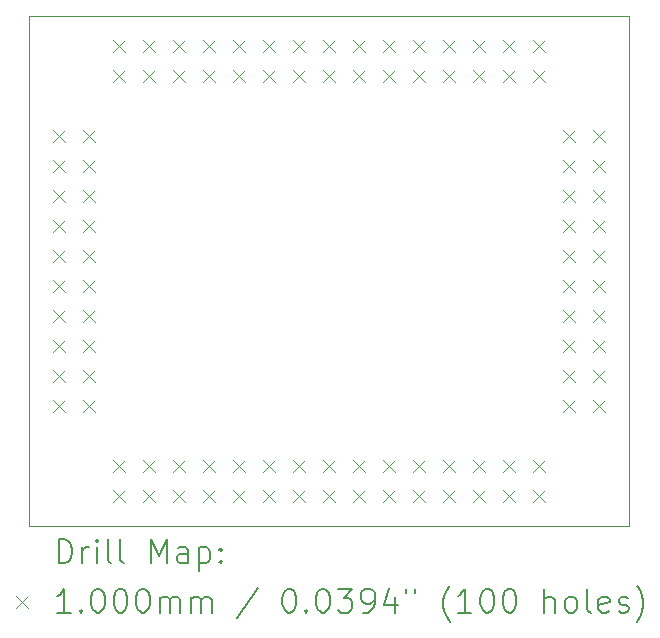
<source format=gbr>
%TF.GenerationSoftware,KiCad,Pcbnew,(6.0.11)*%
%TF.CreationDate,2024-01-13T12:12:12-05:00*%
%TF.ProjectId,PQFP-100-Adapter,50514650-2d31-4303-902d-416461707465,rev?*%
%TF.SameCoordinates,Original*%
%TF.FileFunction,Drillmap*%
%TF.FilePolarity,Positive*%
%FSLAX45Y45*%
G04 Gerber Fmt 4.5, Leading zero omitted, Abs format (unit mm)*
G04 Created by KiCad (PCBNEW (6.0.11)) date 2024-01-13 12:12:12*
%MOMM*%
%LPD*%
G01*
G04 APERTURE LIST*
%ADD10C,0.100000*%
%ADD11C,0.200000*%
G04 APERTURE END LIST*
D10*
X12700000Y-11938000D02*
X12700000Y-7620000D01*
X12700000Y-7620000D02*
X17780000Y-7620000D01*
X17780000Y-11938000D02*
X12700000Y-11938000D01*
X17780000Y-7620000D02*
X17780000Y-11938000D01*
D11*
D10*
X12903500Y-8586500D02*
X13003500Y-8686500D01*
X13003500Y-8586500D02*
X12903500Y-8686500D01*
X12903500Y-8840500D02*
X13003500Y-8940500D01*
X13003500Y-8840500D02*
X12903500Y-8940500D01*
X12903500Y-9094500D02*
X13003500Y-9194500D01*
X13003500Y-9094500D02*
X12903500Y-9194500D01*
X12903500Y-9348500D02*
X13003500Y-9448500D01*
X13003500Y-9348500D02*
X12903500Y-9448500D01*
X12903500Y-9602500D02*
X13003500Y-9702500D01*
X13003500Y-9602500D02*
X12903500Y-9702500D01*
X12903500Y-9856500D02*
X13003500Y-9956500D01*
X13003500Y-9856500D02*
X12903500Y-9956500D01*
X12903500Y-10110500D02*
X13003500Y-10210500D01*
X13003500Y-10110500D02*
X12903500Y-10210500D01*
X12903500Y-10364500D02*
X13003500Y-10464500D01*
X13003500Y-10364500D02*
X12903500Y-10464500D01*
X12903500Y-10618500D02*
X13003500Y-10718500D01*
X13003500Y-10618500D02*
X12903500Y-10718500D01*
X12903500Y-10872500D02*
X13003500Y-10972500D01*
X13003500Y-10872500D02*
X12903500Y-10972500D01*
X13157500Y-8586500D02*
X13257500Y-8686500D01*
X13257500Y-8586500D02*
X13157500Y-8686500D01*
X13157500Y-8840500D02*
X13257500Y-8940500D01*
X13257500Y-8840500D02*
X13157500Y-8940500D01*
X13157500Y-9094500D02*
X13257500Y-9194500D01*
X13257500Y-9094500D02*
X13157500Y-9194500D01*
X13157500Y-9348500D02*
X13257500Y-9448500D01*
X13257500Y-9348500D02*
X13157500Y-9448500D01*
X13157500Y-9602500D02*
X13257500Y-9702500D01*
X13257500Y-9602500D02*
X13157500Y-9702500D01*
X13157500Y-9856500D02*
X13257500Y-9956500D01*
X13257500Y-9856500D02*
X13157500Y-9956500D01*
X13157500Y-10110500D02*
X13257500Y-10210500D01*
X13257500Y-10110500D02*
X13157500Y-10210500D01*
X13157500Y-10364500D02*
X13257500Y-10464500D01*
X13257500Y-10364500D02*
X13157500Y-10464500D01*
X13157500Y-10618500D02*
X13257500Y-10718500D01*
X13257500Y-10618500D02*
X13157500Y-10718500D01*
X13157500Y-10872500D02*
X13257500Y-10972500D01*
X13257500Y-10872500D02*
X13157500Y-10972500D01*
X13412000Y-7824000D02*
X13512000Y-7924000D01*
X13512000Y-7824000D02*
X13412000Y-7924000D01*
X13412000Y-8078000D02*
X13512000Y-8178000D01*
X13512000Y-8078000D02*
X13412000Y-8178000D01*
X13412500Y-11380500D02*
X13512500Y-11480500D01*
X13512500Y-11380500D02*
X13412500Y-11480500D01*
X13412500Y-11634500D02*
X13512500Y-11734500D01*
X13512500Y-11634500D02*
X13412500Y-11734500D01*
X13666000Y-7824000D02*
X13766000Y-7924000D01*
X13766000Y-7824000D02*
X13666000Y-7924000D01*
X13666000Y-8078000D02*
X13766000Y-8178000D01*
X13766000Y-8078000D02*
X13666000Y-8178000D01*
X13666500Y-11380500D02*
X13766500Y-11480500D01*
X13766500Y-11380500D02*
X13666500Y-11480500D01*
X13666500Y-11634500D02*
X13766500Y-11734500D01*
X13766500Y-11634500D02*
X13666500Y-11734500D01*
X13920000Y-7824000D02*
X14020000Y-7924000D01*
X14020000Y-7824000D02*
X13920000Y-7924000D01*
X13920000Y-8078000D02*
X14020000Y-8178000D01*
X14020000Y-8078000D02*
X13920000Y-8178000D01*
X13920500Y-11380500D02*
X14020500Y-11480500D01*
X14020500Y-11380500D02*
X13920500Y-11480500D01*
X13920500Y-11634500D02*
X14020500Y-11734500D01*
X14020500Y-11634500D02*
X13920500Y-11734500D01*
X14174000Y-7824000D02*
X14274000Y-7924000D01*
X14274000Y-7824000D02*
X14174000Y-7924000D01*
X14174000Y-8078000D02*
X14274000Y-8178000D01*
X14274000Y-8078000D02*
X14174000Y-8178000D01*
X14174500Y-11380500D02*
X14274500Y-11480500D01*
X14274500Y-11380500D02*
X14174500Y-11480500D01*
X14174500Y-11634500D02*
X14274500Y-11734500D01*
X14274500Y-11634500D02*
X14174500Y-11734500D01*
X14428000Y-7824000D02*
X14528000Y-7924000D01*
X14528000Y-7824000D02*
X14428000Y-7924000D01*
X14428000Y-8078000D02*
X14528000Y-8178000D01*
X14528000Y-8078000D02*
X14428000Y-8178000D01*
X14428500Y-11380500D02*
X14528500Y-11480500D01*
X14528500Y-11380500D02*
X14428500Y-11480500D01*
X14428500Y-11634500D02*
X14528500Y-11734500D01*
X14528500Y-11634500D02*
X14428500Y-11734500D01*
X14682000Y-7824000D02*
X14782000Y-7924000D01*
X14782000Y-7824000D02*
X14682000Y-7924000D01*
X14682000Y-8078000D02*
X14782000Y-8178000D01*
X14782000Y-8078000D02*
X14682000Y-8178000D01*
X14682500Y-11380500D02*
X14782500Y-11480500D01*
X14782500Y-11380500D02*
X14682500Y-11480500D01*
X14682500Y-11634500D02*
X14782500Y-11734500D01*
X14782500Y-11634500D02*
X14682500Y-11734500D01*
X14936000Y-7824000D02*
X15036000Y-7924000D01*
X15036000Y-7824000D02*
X14936000Y-7924000D01*
X14936000Y-8078000D02*
X15036000Y-8178000D01*
X15036000Y-8078000D02*
X14936000Y-8178000D01*
X14936500Y-11380500D02*
X15036500Y-11480500D01*
X15036500Y-11380500D02*
X14936500Y-11480500D01*
X14936500Y-11634500D02*
X15036500Y-11734500D01*
X15036500Y-11634500D02*
X14936500Y-11734500D01*
X15190000Y-7824000D02*
X15290000Y-7924000D01*
X15290000Y-7824000D02*
X15190000Y-7924000D01*
X15190000Y-8078000D02*
X15290000Y-8178000D01*
X15290000Y-8078000D02*
X15190000Y-8178000D01*
X15190500Y-11380500D02*
X15290500Y-11480500D01*
X15290500Y-11380500D02*
X15190500Y-11480500D01*
X15190500Y-11634500D02*
X15290500Y-11734500D01*
X15290500Y-11634500D02*
X15190500Y-11734500D01*
X15444000Y-7824000D02*
X15544000Y-7924000D01*
X15544000Y-7824000D02*
X15444000Y-7924000D01*
X15444000Y-8078000D02*
X15544000Y-8178000D01*
X15544000Y-8078000D02*
X15444000Y-8178000D01*
X15444500Y-11380500D02*
X15544500Y-11480500D01*
X15544500Y-11380500D02*
X15444500Y-11480500D01*
X15444500Y-11634500D02*
X15544500Y-11734500D01*
X15544500Y-11634500D02*
X15444500Y-11734500D01*
X15698000Y-7824000D02*
X15798000Y-7924000D01*
X15798000Y-7824000D02*
X15698000Y-7924000D01*
X15698000Y-8078000D02*
X15798000Y-8178000D01*
X15798000Y-8078000D02*
X15698000Y-8178000D01*
X15698500Y-11380500D02*
X15798500Y-11480500D01*
X15798500Y-11380500D02*
X15698500Y-11480500D01*
X15698500Y-11634500D02*
X15798500Y-11734500D01*
X15798500Y-11634500D02*
X15698500Y-11734500D01*
X15952000Y-7824000D02*
X16052000Y-7924000D01*
X16052000Y-7824000D02*
X15952000Y-7924000D01*
X15952000Y-8078000D02*
X16052000Y-8178000D01*
X16052000Y-8078000D02*
X15952000Y-8178000D01*
X15952500Y-11380500D02*
X16052500Y-11480500D01*
X16052500Y-11380500D02*
X15952500Y-11480500D01*
X15952500Y-11634500D02*
X16052500Y-11734500D01*
X16052500Y-11634500D02*
X15952500Y-11734500D01*
X16206000Y-7824000D02*
X16306000Y-7924000D01*
X16306000Y-7824000D02*
X16206000Y-7924000D01*
X16206000Y-8078000D02*
X16306000Y-8178000D01*
X16306000Y-8078000D02*
X16206000Y-8178000D01*
X16206500Y-11380500D02*
X16306500Y-11480500D01*
X16306500Y-11380500D02*
X16206500Y-11480500D01*
X16206500Y-11634500D02*
X16306500Y-11734500D01*
X16306500Y-11634500D02*
X16206500Y-11734500D01*
X16460000Y-7824000D02*
X16560000Y-7924000D01*
X16560000Y-7824000D02*
X16460000Y-7924000D01*
X16460000Y-8078000D02*
X16560000Y-8178000D01*
X16560000Y-8078000D02*
X16460000Y-8178000D01*
X16460500Y-11380500D02*
X16560500Y-11480500D01*
X16560500Y-11380500D02*
X16460500Y-11480500D01*
X16460500Y-11634500D02*
X16560500Y-11734500D01*
X16560500Y-11634500D02*
X16460500Y-11734500D01*
X16714000Y-7824000D02*
X16814000Y-7924000D01*
X16814000Y-7824000D02*
X16714000Y-7924000D01*
X16714000Y-8078000D02*
X16814000Y-8178000D01*
X16814000Y-8078000D02*
X16714000Y-8178000D01*
X16714500Y-11380500D02*
X16814500Y-11480500D01*
X16814500Y-11380500D02*
X16714500Y-11480500D01*
X16714500Y-11634500D02*
X16814500Y-11734500D01*
X16814500Y-11634500D02*
X16714500Y-11734500D01*
X16968000Y-7824000D02*
X17068000Y-7924000D01*
X17068000Y-7824000D02*
X16968000Y-7924000D01*
X16968000Y-8078000D02*
X17068000Y-8178000D01*
X17068000Y-8078000D02*
X16968000Y-8178000D01*
X16968500Y-11380500D02*
X17068500Y-11480500D01*
X17068500Y-11380500D02*
X16968500Y-11480500D01*
X16968500Y-11634500D02*
X17068500Y-11734500D01*
X17068500Y-11634500D02*
X16968500Y-11734500D01*
X17222000Y-8586000D02*
X17322000Y-8686000D01*
X17322000Y-8586000D02*
X17222000Y-8686000D01*
X17222000Y-8840000D02*
X17322000Y-8940000D01*
X17322000Y-8840000D02*
X17222000Y-8940000D01*
X17222000Y-9094000D02*
X17322000Y-9194000D01*
X17322000Y-9094000D02*
X17222000Y-9194000D01*
X17222000Y-9348000D02*
X17322000Y-9448000D01*
X17322000Y-9348000D02*
X17222000Y-9448000D01*
X17222000Y-9602000D02*
X17322000Y-9702000D01*
X17322000Y-9602000D02*
X17222000Y-9702000D01*
X17222000Y-9856000D02*
X17322000Y-9956000D01*
X17322000Y-9856000D02*
X17222000Y-9956000D01*
X17222000Y-10110000D02*
X17322000Y-10210000D01*
X17322000Y-10110000D02*
X17222000Y-10210000D01*
X17222000Y-10364000D02*
X17322000Y-10464000D01*
X17322000Y-10364000D02*
X17222000Y-10464000D01*
X17222000Y-10618000D02*
X17322000Y-10718000D01*
X17322000Y-10618000D02*
X17222000Y-10718000D01*
X17222000Y-10872000D02*
X17322000Y-10972000D01*
X17322000Y-10872000D02*
X17222000Y-10972000D01*
X17476000Y-8586000D02*
X17576000Y-8686000D01*
X17576000Y-8586000D02*
X17476000Y-8686000D01*
X17476000Y-8840000D02*
X17576000Y-8940000D01*
X17576000Y-8840000D02*
X17476000Y-8940000D01*
X17476000Y-9094000D02*
X17576000Y-9194000D01*
X17576000Y-9094000D02*
X17476000Y-9194000D01*
X17476000Y-9348000D02*
X17576000Y-9448000D01*
X17576000Y-9348000D02*
X17476000Y-9448000D01*
X17476000Y-9602000D02*
X17576000Y-9702000D01*
X17576000Y-9602000D02*
X17476000Y-9702000D01*
X17476000Y-9856000D02*
X17576000Y-9956000D01*
X17576000Y-9856000D02*
X17476000Y-9956000D01*
X17476000Y-10110000D02*
X17576000Y-10210000D01*
X17576000Y-10110000D02*
X17476000Y-10210000D01*
X17476000Y-10364000D02*
X17576000Y-10464000D01*
X17576000Y-10364000D02*
X17476000Y-10464000D01*
X17476000Y-10618000D02*
X17576000Y-10718000D01*
X17576000Y-10618000D02*
X17476000Y-10718000D01*
X17476000Y-10872000D02*
X17576000Y-10972000D01*
X17576000Y-10872000D02*
X17476000Y-10972000D01*
D11*
X12952619Y-12253476D02*
X12952619Y-12053476D01*
X13000238Y-12053476D01*
X13028809Y-12063000D01*
X13047857Y-12082048D01*
X13057381Y-12101095D01*
X13066905Y-12139190D01*
X13066905Y-12167762D01*
X13057381Y-12205857D01*
X13047857Y-12224905D01*
X13028809Y-12243952D01*
X13000238Y-12253476D01*
X12952619Y-12253476D01*
X13152619Y-12253476D02*
X13152619Y-12120143D01*
X13152619Y-12158238D02*
X13162143Y-12139190D01*
X13171667Y-12129667D01*
X13190714Y-12120143D01*
X13209762Y-12120143D01*
X13276428Y-12253476D02*
X13276428Y-12120143D01*
X13276428Y-12053476D02*
X13266905Y-12063000D01*
X13276428Y-12072524D01*
X13285952Y-12063000D01*
X13276428Y-12053476D01*
X13276428Y-12072524D01*
X13400238Y-12253476D02*
X13381190Y-12243952D01*
X13371667Y-12224905D01*
X13371667Y-12053476D01*
X13505000Y-12253476D02*
X13485952Y-12243952D01*
X13476428Y-12224905D01*
X13476428Y-12053476D01*
X13733571Y-12253476D02*
X13733571Y-12053476D01*
X13800238Y-12196333D01*
X13866905Y-12053476D01*
X13866905Y-12253476D01*
X14047857Y-12253476D02*
X14047857Y-12148714D01*
X14038333Y-12129667D01*
X14019286Y-12120143D01*
X13981190Y-12120143D01*
X13962143Y-12129667D01*
X14047857Y-12243952D02*
X14028809Y-12253476D01*
X13981190Y-12253476D01*
X13962143Y-12243952D01*
X13952619Y-12224905D01*
X13952619Y-12205857D01*
X13962143Y-12186809D01*
X13981190Y-12177286D01*
X14028809Y-12177286D01*
X14047857Y-12167762D01*
X14143095Y-12120143D02*
X14143095Y-12320143D01*
X14143095Y-12129667D02*
X14162143Y-12120143D01*
X14200238Y-12120143D01*
X14219286Y-12129667D01*
X14228809Y-12139190D01*
X14238333Y-12158238D01*
X14238333Y-12215381D01*
X14228809Y-12234428D01*
X14219286Y-12243952D01*
X14200238Y-12253476D01*
X14162143Y-12253476D01*
X14143095Y-12243952D01*
X14324048Y-12234428D02*
X14333571Y-12243952D01*
X14324048Y-12253476D01*
X14314524Y-12243952D01*
X14324048Y-12234428D01*
X14324048Y-12253476D01*
X14324048Y-12129667D02*
X14333571Y-12139190D01*
X14324048Y-12148714D01*
X14314524Y-12139190D01*
X14324048Y-12129667D01*
X14324048Y-12148714D01*
D10*
X12595000Y-12533000D02*
X12695000Y-12633000D01*
X12695000Y-12533000D02*
X12595000Y-12633000D01*
D11*
X13057381Y-12673476D02*
X12943095Y-12673476D01*
X13000238Y-12673476D02*
X13000238Y-12473476D01*
X12981190Y-12502048D01*
X12962143Y-12521095D01*
X12943095Y-12530619D01*
X13143095Y-12654428D02*
X13152619Y-12663952D01*
X13143095Y-12673476D01*
X13133571Y-12663952D01*
X13143095Y-12654428D01*
X13143095Y-12673476D01*
X13276428Y-12473476D02*
X13295476Y-12473476D01*
X13314524Y-12483000D01*
X13324048Y-12492524D01*
X13333571Y-12511571D01*
X13343095Y-12549667D01*
X13343095Y-12597286D01*
X13333571Y-12635381D01*
X13324048Y-12654428D01*
X13314524Y-12663952D01*
X13295476Y-12673476D01*
X13276428Y-12673476D01*
X13257381Y-12663952D01*
X13247857Y-12654428D01*
X13238333Y-12635381D01*
X13228809Y-12597286D01*
X13228809Y-12549667D01*
X13238333Y-12511571D01*
X13247857Y-12492524D01*
X13257381Y-12483000D01*
X13276428Y-12473476D01*
X13466905Y-12473476D02*
X13485952Y-12473476D01*
X13505000Y-12483000D01*
X13514524Y-12492524D01*
X13524048Y-12511571D01*
X13533571Y-12549667D01*
X13533571Y-12597286D01*
X13524048Y-12635381D01*
X13514524Y-12654428D01*
X13505000Y-12663952D01*
X13485952Y-12673476D01*
X13466905Y-12673476D01*
X13447857Y-12663952D01*
X13438333Y-12654428D01*
X13428809Y-12635381D01*
X13419286Y-12597286D01*
X13419286Y-12549667D01*
X13428809Y-12511571D01*
X13438333Y-12492524D01*
X13447857Y-12483000D01*
X13466905Y-12473476D01*
X13657381Y-12473476D02*
X13676428Y-12473476D01*
X13695476Y-12483000D01*
X13705000Y-12492524D01*
X13714524Y-12511571D01*
X13724048Y-12549667D01*
X13724048Y-12597286D01*
X13714524Y-12635381D01*
X13705000Y-12654428D01*
X13695476Y-12663952D01*
X13676428Y-12673476D01*
X13657381Y-12673476D01*
X13638333Y-12663952D01*
X13628809Y-12654428D01*
X13619286Y-12635381D01*
X13609762Y-12597286D01*
X13609762Y-12549667D01*
X13619286Y-12511571D01*
X13628809Y-12492524D01*
X13638333Y-12483000D01*
X13657381Y-12473476D01*
X13809762Y-12673476D02*
X13809762Y-12540143D01*
X13809762Y-12559190D02*
X13819286Y-12549667D01*
X13838333Y-12540143D01*
X13866905Y-12540143D01*
X13885952Y-12549667D01*
X13895476Y-12568714D01*
X13895476Y-12673476D01*
X13895476Y-12568714D02*
X13905000Y-12549667D01*
X13924048Y-12540143D01*
X13952619Y-12540143D01*
X13971667Y-12549667D01*
X13981190Y-12568714D01*
X13981190Y-12673476D01*
X14076428Y-12673476D02*
X14076428Y-12540143D01*
X14076428Y-12559190D02*
X14085952Y-12549667D01*
X14105000Y-12540143D01*
X14133571Y-12540143D01*
X14152619Y-12549667D01*
X14162143Y-12568714D01*
X14162143Y-12673476D01*
X14162143Y-12568714D02*
X14171667Y-12549667D01*
X14190714Y-12540143D01*
X14219286Y-12540143D01*
X14238333Y-12549667D01*
X14247857Y-12568714D01*
X14247857Y-12673476D01*
X14638333Y-12463952D02*
X14466905Y-12721095D01*
X14895476Y-12473476D02*
X14914524Y-12473476D01*
X14933571Y-12483000D01*
X14943095Y-12492524D01*
X14952619Y-12511571D01*
X14962143Y-12549667D01*
X14962143Y-12597286D01*
X14952619Y-12635381D01*
X14943095Y-12654428D01*
X14933571Y-12663952D01*
X14914524Y-12673476D01*
X14895476Y-12673476D01*
X14876428Y-12663952D01*
X14866905Y-12654428D01*
X14857381Y-12635381D01*
X14847857Y-12597286D01*
X14847857Y-12549667D01*
X14857381Y-12511571D01*
X14866905Y-12492524D01*
X14876428Y-12483000D01*
X14895476Y-12473476D01*
X15047857Y-12654428D02*
X15057381Y-12663952D01*
X15047857Y-12673476D01*
X15038333Y-12663952D01*
X15047857Y-12654428D01*
X15047857Y-12673476D01*
X15181190Y-12473476D02*
X15200238Y-12473476D01*
X15219286Y-12483000D01*
X15228809Y-12492524D01*
X15238333Y-12511571D01*
X15247857Y-12549667D01*
X15247857Y-12597286D01*
X15238333Y-12635381D01*
X15228809Y-12654428D01*
X15219286Y-12663952D01*
X15200238Y-12673476D01*
X15181190Y-12673476D01*
X15162143Y-12663952D01*
X15152619Y-12654428D01*
X15143095Y-12635381D01*
X15133571Y-12597286D01*
X15133571Y-12549667D01*
X15143095Y-12511571D01*
X15152619Y-12492524D01*
X15162143Y-12483000D01*
X15181190Y-12473476D01*
X15314524Y-12473476D02*
X15438333Y-12473476D01*
X15371667Y-12549667D01*
X15400238Y-12549667D01*
X15419286Y-12559190D01*
X15428809Y-12568714D01*
X15438333Y-12587762D01*
X15438333Y-12635381D01*
X15428809Y-12654428D01*
X15419286Y-12663952D01*
X15400238Y-12673476D01*
X15343095Y-12673476D01*
X15324048Y-12663952D01*
X15314524Y-12654428D01*
X15533571Y-12673476D02*
X15571667Y-12673476D01*
X15590714Y-12663952D01*
X15600238Y-12654428D01*
X15619286Y-12625857D01*
X15628809Y-12587762D01*
X15628809Y-12511571D01*
X15619286Y-12492524D01*
X15609762Y-12483000D01*
X15590714Y-12473476D01*
X15552619Y-12473476D01*
X15533571Y-12483000D01*
X15524048Y-12492524D01*
X15514524Y-12511571D01*
X15514524Y-12559190D01*
X15524048Y-12578238D01*
X15533571Y-12587762D01*
X15552619Y-12597286D01*
X15590714Y-12597286D01*
X15609762Y-12587762D01*
X15619286Y-12578238D01*
X15628809Y-12559190D01*
X15800238Y-12540143D02*
X15800238Y-12673476D01*
X15752619Y-12463952D02*
X15705000Y-12606809D01*
X15828809Y-12606809D01*
X15895476Y-12473476D02*
X15895476Y-12511571D01*
X15971667Y-12473476D02*
X15971667Y-12511571D01*
X16266905Y-12749667D02*
X16257381Y-12740143D01*
X16238333Y-12711571D01*
X16228809Y-12692524D01*
X16219286Y-12663952D01*
X16209762Y-12616333D01*
X16209762Y-12578238D01*
X16219286Y-12530619D01*
X16228809Y-12502048D01*
X16238333Y-12483000D01*
X16257381Y-12454428D01*
X16266905Y-12444905D01*
X16447857Y-12673476D02*
X16333571Y-12673476D01*
X16390714Y-12673476D02*
X16390714Y-12473476D01*
X16371667Y-12502048D01*
X16352619Y-12521095D01*
X16333571Y-12530619D01*
X16571667Y-12473476D02*
X16590714Y-12473476D01*
X16609762Y-12483000D01*
X16619286Y-12492524D01*
X16628809Y-12511571D01*
X16638333Y-12549667D01*
X16638333Y-12597286D01*
X16628809Y-12635381D01*
X16619286Y-12654428D01*
X16609762Y-12663952D01*
X16590714Y-12673476D01*
X16571667Y-12673476D01*
X16552619Y-12663952D01*
X16543095Y-12654428D01*
X16533571Y-12635381D01*
X16524048Y-12597286D01*
X16524048Y-12549667D01*
X16533571Y-12511571D01*
X16543095Y-12492524D01*
X16552619Y-12483000D01*
X16571667Y-12473476D01*
X16762143Y-12473476D02*
X16781190Y-12473476D01*
X16800238Y-12483000D01*
X16809762Y-12492524D01*
X16819286Y-12511571D01*
X16828810Y-12549667D01*
X16828810Y-12597286D01*
X16819286Y-12635381D01*
X16809762Y-12654428D01*
X16800238Y-12663952D01*
X16781190Y-12673476D01*
X16762143Y-12673476D01*
X16743095Y-12663952D01*
X16733571Y-12654428D01*
X16724048Y-12635381D01*
X16714524Y-12597286D01*
X16714524Y-12549667D01*
X16724048Y-12511571D01*
X16733571Y-12492524D01*
X16743095Y-12483000D01*
X16762143Y-12473476D01*
X17066905Y-12673476D02*
X17066905Y-12473476D01*
X17152619Y-12673476D02*
X17152619Y-12568714D01*
X17143095Y-12549667D01*
X17124048Y-12540143D01*
X17095476Y-12540143D01*
X17076429Y-12549667D01*
X17066905Y-12559190D01*
X17276429Y-12673476D02*
X17257381Y-12663952D01*
X17247857Y-12654428D01*
X17238333Y-12635381D01*
X17238333Y-12578238D01*
X17247857Y-12559190D01*
X17257381Y-12549667D01*
X17276429Y-12540143D01*
X17305000Y-12540143D01*
X17324048Y-12549667D01*
X17333571Y-12559190D01*
X17343095Y-12578238D01*
X17343095Y-12635381D01*
X17333571Y-12654428D01*
X17324048Y-12663952D01*
X17305000Y-12673476D01*
X17276429Y-12673476D01*
X17457381Y-12673476D02*
X17438333Y-12663952D01*
X17428810Y-12644905D01*
X17428810Y-12473476D01*
X17609762Y-12663952D02*
X17590714Y-12673476D01*
X17552619Y-12673476D01*
X17533571Y-12663952D01*
X17524048Y-12644905D01*
X17524048Y-12568714D01*
X17533571Y-12549667D01*
X17552619Y-12540143D01*
X17590714Y-12540143D01*
X17609762Y-12549667D01*
X17619286Y-12568714D01*
X17619286Y-12587762D01*
X17524048Y-12606809D01*
X17695476Y-12663952D02*
X17714524Y-12673476D01*
X17752619Y-12673476D01*
X17771667Y-12663952D01*
X17781190Y-12644905D01*
X17781190Y-12635381D01*
X17771667Y-12616333D01*
X17752619Y-12606809D01*
X17724048Y-12606809D01*
X17705000Y-12597286D01*
X17695476Y-12578238D01*
X17695476Y-12568714D01*
X17705000Y-12549667D01*
X17724048Y-12540143D01*
X17752619Y-12540143D01*
X17771667Y-12549667D01*
X17847857Y-12749667D02*
X17857381Y-12740143D01*
X17876429Y-12711571D01*
X17885952Y-12692524D01*
X17895476Y-12663952D01*
X17905000Y-12616333D01*
X17905000Y-12578238D01*
X17895476Y-12530619D01*
X17885952Y-12502048D01*
X17876429Y-12483000D01*
X17857381Y-12454428D01*
X17847857Y-12444905D01*
M02*

</source>
